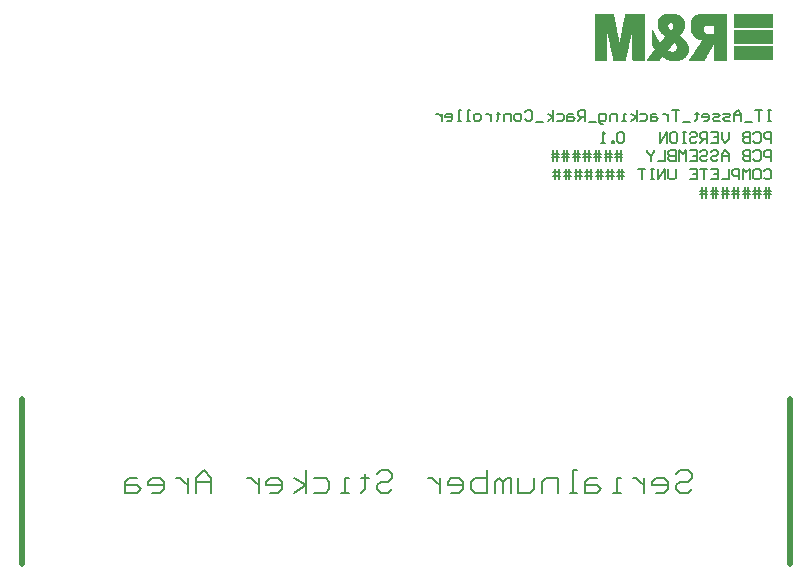
<source format=gbo>
G04*
G04 #@! TF.GenerationSoftware,Altium Limited,Altium Designer,19.1.8 (144)*
G04*
G04 Layer_Color=39423*
%FSLAX25Y25*%
%MOIN*%
G70*
G01*
G75*
%ADD10C,0.00787*%
%ADD12C,0.01968*%
%ADD27C,0.00100*%
D10*
X345430Y114065D02*
X346742Y115377D01*
X349365D01*
X350677Y114065D01*
Y112753D01*
X349365Y111441D01*
X346742D01*
X345430Y110129D01*
Y108817D01*
X346742Y107505D01*
X349365D01*
X350677Y108817D01*
X338870Y107505D02*
X341494D01*
X342806Y108817D01*
Y111441D01*
X341494Y112753D01*
X338870D01*
X337558Y111441D01*
Y110129D01*
X342806D01*
X334934Y112753D02*
Y107505D01*
Y110129D01*
X333622Y111441D01*
X332311Y112753D01*
X330998D01*
X327063Y107505D02*
X324439D01*
X325751D01*
Y112753D01*
X327063D01*
X319191D02*
X316567D01*
X315256Y111441D01*
Y107505D01*
X319191D01*
X320503Y108817D01*
X319191Y110129D01*
X315256D01*
X312632Y107505D02*
X310008D01*
X311320D01*
Y115377D01*
X312632D01*
X306072Y107505D02*
Y112753D01*
X302136D01*
X300825Y111441D01*
Y107505D01*
X298201Y112753D02*
Y108817D01*
X296889Y107505D01*
X292953D01*
Y112753D01*
X290329Y107505D02*
Y112753D01*
X289017D01*
X287705Y111441D01*
Y107505D01*
Y111441D01*
X286393Y112753D01*
X285082Y111441D01*
Y107505D01*
X282458Y115377D02*
Y107505D01*
X278522D01*
X277210Y108817D01*
Y110129D01*
Y111441D01*
X278522Y112753D01*
X282458D01*
X270651Y107505D02*
X273274D01*
X274586Y108817D01*
Y111441D01*
X273274Y112753D01*
X270651D01*
X269339Y111441D01*
Y110129D01*
X274586D01*
X266715Y112753D02*
Y107505D01*
Y110129D01*
X265403Y111441D01*
X264091Y112753D01*
X262779D01*
X245724Y114065D02*
X247036Y115377D01*
X249660D01*
X250972Y114065D01*
Y112753D01*
X249660Y111441D01*
X247036D01*
X245724Y110129D01*
Y108817D01*
X247036Y107505D01*
X249660D01*
X250972Y108817D01*
X241789Y114065D02*
Y112753D01*
X243100D01*
X240476D01*
X241789D01*
Y108817D01*
X240476Y107505D01*
X236541D02*
X233917D01*
X235229D01*
Y112753D01*
X236541D01*
X224734D02*
X228669D01*
X229981Y111441D01*
Y108817D01*
X228669Y107505D01*
X224734D01*
X222110D02*
Y115377D01*
Y110129D02*
X218174Y112753D01*
X222110Y110129D02*
X218174Y107505D01*
X210303D02*
X212926D01*
X214238Y108817D01*
Y111441D01*
X212926Y112753D01*
X210303D01*
X208991Y111441D01*
Y110129D01*
X214238D01*
X206367Y112753D02*
Y107505D01*
Y110129D01*
X205055Y111441D01*
X203743Y112753D01*
X202431D01*
X190624Y107505D02*
Y112753D01*
X188000Y115377D01*
X185376Y112753D01*
Y107505D01*
Y111441D01*
X190624D01*
X182752Y112753D02*
Y107505D01*
Y110129D01*
X181440Y111441D01*
X180129Y112753D01*
X178817D01*
X170945Y107505D02*
X173569D01*
X174881Y108817D01*
Y111441D01*
X173569Y112753D01*
X170945D01*
X169633Y111441D01*
Y110129D01*
X174881D01*
X165698Y112753D02*
X163074D01*
X161762Y111441D01*
Y107505D01*
X165698D01*
X167009Y108817D01*
X165698Y110129D01*
X161762D01*
X377213Y235272D02*
X376032D01*
X376622D01*
Y231730D01*
X377213D01*
X376032D01*
X374261Y235272D02*
X371899D01*
X373080D01*
Y231730D01*
X370719Y231139D02*
X368357D01*
X367177Y231730D02*
Y234091D01*
X365996Y235272D01*
X364815Y234091D01*
Y231730D01*
Y233501D01*
X367177D01*
X363634Y231730D02*
X361863D01*
X361273Y232320D01*
X361863Y232910D01*
X363044D01*
X363634Y233501D01*
X363044Y234091D01*
X361273D01*
X360092Y231730D02*
X358321D01*
X357731Y232320D01*
X358321Y232910D01*
X359502D01*
X360092Y233501D01*
X359502Y234091D01*
X357731D01*
X354779Y231730D02*
X355960D01*
X356550Y232320D01*
Y233501D01*
X355960Y234091D01*
X354779D01*
X354189Y233501D01*
Y232910D01*
X356550D01*
X352417Y234681D02*
Y234091D01*
X353008D01*
X351827D01*
X352417D01*
Y232320D01*
X351827Y231730D01*
X350056Y231139D02*
X347695D01*
X346514Y235272D02*
X344152D01*
X345333D01*
Y231730D01*
X342972Y234091D02*
Y231730D01*
Y232910D01*
X342381Y233501D01*
X341791Y234091D01*
X341201D01*
X338839D02*
X337659D01*
X337068Y233501D01*
Y231730D01*
X338839D01*
X339430Y232320D01*
X338839Y232910D01*
X337068D01*
X333526Y234091D02*
X335297D01*
X335887Y233501D01*
Y232320D01*
X335297Y231730D01*
X333526D01*
X332345D02*
Y235272D01*
Y232910D02*
X330574Y234091D01*
X332345Y232910D02*
X330574Y231730D01*
X328803D02*
X327622D01*
X328213D01*
Y234091D01*
X328803D01*
X325851Y231730D02*
Y234091D01*
X324080D01*
X323490Y233501D01*
Y231730D01*
X321128Y230549D02*
X320538D01*
X319948Y231139D01*
Y234091D01*
X321719D01*
X322309Y233501D01*
Y232320D01*
X321719Y231730D01*
X319948D01*
X318767Y231139D02*
X316406D01*
X315225Y231730D02*
Y235272D01*
X313454D01*
X312863Y234681D01*
Y233501D01*
X313454Y232910D01*
X315225D01*
X314044D02*
X312863Y231730D01*
X311092Y234091D02*
X309912D01*
X309321Y233501D01*
Y231730D01*
X311092D01*
X311683Y232320D01*
X311092Y232910D01*
X309321D01*
X305779Y234091D02*
X307550D01*
X308140Y233501D01*
Y232320D01*
X307550Y231730D01*
X305779D01*
X304598D02*
Y235272D01*
Y232910D02*
X302827Y234091D01*
X304598Y232910D02*
X302827Y231730D01*
X301056Y231139D02*
X298695D01*
X295153Y234681D02*
X295743Y235272D01*
X296924D01*
X297514Y234681D01*
Y232320D01*
X296924Y231730D01*
X295743D01*
X295153Y232320D01*
X293382Y231730D02*
X292201D01*
X291610Y232320D01*
Y233501D01*
X292201Y234091D01*
X293382D01*
X293972Y233501D01*
Y232320D01*
X293382Y231730D01*
X290430D02*
Y234091D01*
X288659D01*
X288068Y233501D01*
Y231730D01*
X286297Y234681D02*
Y234091D01*
X286888D01*
X285707D01*
X286297D01*
Y232320D01*
X285707Y231730D01*
X283936Y234091D02*
Y231730D01*
Y232910D01*
X283345Y233501D01*
X282755Y234091D01*
X282165D01*
X279803Y231730D02*
X278623D01*
X278032Y232320D01*
Y233501D01*
X278623Y234091D01*
X279803D01*
X280394Y233501D01*
Y232320D01*
X279803Y231730D01*
X276851D02*
X275671D01*
X276261D01*
Y235272D01*
X276851D01*
X273900Y231730D02*
X272719D01*
X273309D01*
Y235272D01*
X273900D01*
X269177Y231730D02*
X270357D01*
X270948Y232320D01*
Y233501D01*
X270357Y234091D01*
X269177D01*
X268586Y233501D01*
Y232910D01*
X270948D01*
X267406Y234091D02*
Y231730D01*
Y232910D01*
X266815Y233501D01*
X266225Y234091D01*
X265635D01*
X377213Y224408D02*
Y227951D01*
X375442D01*
X374851Y227360D01*
Y226180D01*
X375442Y225589D01*
X377213D01*
X371309Y227360D02*
X371899Y227951D01*
X373080D01*
X373670Y227360D01*
Y224999D01*
X373080Y224408D01*
X371899D01*
X371309Y224999D01*
X370128Y227951D02*
Y224408D01*
X368357D01*
X367767Y224999D01*
Y225589D01*
X368357Y226180D01*
X370128D01*
X368357D01*
X367767Y226770D01*
Y227360D01*
X368357Y227951D01*
X370128D01*
X363044D02*
Y225589D01*
X361863Y224408D01*
X360683Y225589D01*
Y227951D01*
X357140D02*
X359502D01*
Y224408D01*
X357140D01*
X359502Y226180D02*
X358321D01*
X355960Y224408D02*
Y227951D01*
X354189D01*
X353598Y227360D01*
Y226180D01*
X354189Y225589D01*
X355960D01*
X354779D02*
X353598Y224408D01*
X350056Y227360D02*
X350646Y227951D01*
X351827D01*
X352417Y227360D01*
Y226770D01*
X351827Y226180D01*
X350646D01*
X350056Y225589D01*
Y224999D01*
X350646Y224408D01*
X351827D01*
X352417Y224999D01*
X348875Y227951D02*
X347695D01*
X348285D01*
Y224408D01*
X348875D01*
X347695D01*
X344152Y227951D02*
X345333D01*
X345923Y227360D01*
Y224999D01*
X345333Y224408D01*
X344152D01*
X343562Y224999D01*
Y227360D01*
X344152Y227951D01*
X342381Y224408D02*
Y227951D01*
X340020Y224408D01*
Y227951D01*
X328213Y227360D02*
X327622Y227951D01*
X326442D01*
X325851Y227360D01*
Y224999D01*
X326442Y224408D01*
X327622D01*
X328213Y224999D01*
Y227360D01*
X324671Y224408D02*
Y224999D01*
X324080D01*
Y224408D01*
X324671D01*
X321719D02*
X320538D01*
X321128D01*
Y227951D01*
X321719Y227360D01*
X377213Y218268D02*
Y221810D01*
X375442D01*
X374851Y221220D01*
Y220039D01*
X375442Y219449D01*
X377213D01*
X371309Y221220D02*
X371899Y221810D01*
X373080D01*
X373670Y221220D01*
Y218858D01*
X373080Y218268D01*
X371899D01*
X371309Y218858D01*
X370128Y221810D02*
Y218268D01*
X368357D01*
X367767Y218858D01*
Y219449D01*
X368357Y220039D01*
X370128D01*
X368357D01*
X367767Y220630D01*
Y221220D01*
X368357Y221810D01*
X370128D01*
X363044Y218268D02*
Y220630D01*
X361863Y221810D01*
X360683Y220630D01*
Y218268D01*
Y220039D01*
X363044D01*
X357140Y221220D02*
X357731Y221810D01*
X358911D01*
X359502Y221220D01*
Y220630D01*
X358911Y220039D01*
X357731D01*
X357140Y219449D01*
Y218858D01*
X357731Y218268D01*
X358911D01*
X359502Y218858D01*
X353598Y221220D02*
X354189Y221810D01*
X355369D01*
X355960Y221220D01*
Y220630D01*
X355369Y220039D01*
X354189D01*
X353598Y219449D01*
Y218858D01*
X354189Y218268D01*
X355369D01*
X355960Y218858D01*
X350056Y221810D02*
X352417D01*
Y218268D01*
X350056D01*
X352417Y220039D02*
X351237D01*
X348875Y218268D02*
Y221810D01*
X347695Y220630D01*
X346514Y221810D01*
Y218268D01*
X345333Y221810D02*
Y218268D01*
X343562D01*
X342972Y218858D01*
Y219449D01*
X343562Y220039D01*
X345333D01*
X343562D01*
X342972Y220630D01*
Y221220D01*
X343562Y221810D01*
X345333D01*
X341791D02*
Y218268D01*
X339430D01*
X338249Y221810D02*
Y221220D01*
X337068Y220039D01*
X335887Y221220D01*
Y221810D01*
X337068Y220039D02*
Y218268D01*
X327032D02*
Y221810D01*
X325851D02*
Y218268D01*
X327622Y220630D02*
X325851D01*
X325261D01*
X327622Y219449D02*
X325261D01*
X323490Y218268D02*
Y221810D01*
X322309D02*
Y218268D01*
X324080Y220630D02*
X322309D01*
X321719D01*
X324080Y219449D02*
X321719D01*
X319948Y218268D02*
Y221810D01*
X318767D02*
Y218268D01*
X320538Y220630D02*
X318767D01*
X318177D01*
X320538Y219449D02*
X318177D01*
X316406Y218268D02*
Y221810D01*
X315225D02*
Y218268D01*
X316996Y220630D02*
X315225D01*
X314634D01*
X316996Y219449D02*
X314634D01*
X312863Y218268D02*
Y221810D01*
X311683D02*
Y218268D01*
X313454Y220630D02*
X311683D01*
X311092D01*
X313454Y219449D02*
X311092D01*
X309321Y218268D02*
Y221810D01*
X308140D02*
Y218268D01*
X309912Y220630D02*
X308140D01*
X307550D01*
X309912Y219449D02*
X307550D01*
X305779Y218268D02*
Y221810D01*
X304598D02*
Y218268D01*
X306369Y220630D02*
X304598D01*
X304008D01*
X306369Y219449D02*
X304008D01*
X374851Y215079D02*
X375442Y215670D01*
X376622D01*
X377213Y215079D01*
Y212718D01*
X376622Y212128D01*
X375442D01*
X374851Y212718D01*
X371899Y215670D02*
X373080D01*
X373670Y215079D01*
Y212718D01*
X373080Y212128D01*
X371899D01*
X371309Y212718D01*
Y215079D01*
X371899Y215670D01*
X370128Y212128D02*
Y215670D01*
X368948Y214489D01*
X367767Y215670D01*
Y212128D01*
X366586D02*
Y215670D01*
X364815D01*
X364225Y215079D01*
Y213899D01*
X364815Y213308D01*
X366586D01*
X363044Y215670D02*
Y212128D01*
X360683D01*
X357140Y215670D02*
X359502D01*
Y212128D01*
X357140D01*
X359502Y213899D02*
X358321D01*
X355960Y215670D02*
X353598D01*
X354779D01*
Y212128D01*
X350056Y215670D02*
X352417D01*
Y212128D01*
X350056D01*
X352417Y213899D02*
X351237D01*
X345333Y215670D02*
Y212718D01*
X344743Y212128D01*
X343562D01*
X342972Y212718D01*
Y215670D01*
X341791Y212128D02*
Y215670D01*
X339430Y212128D01*
Y215670D01*
X338249D02*
X337068D01*
X337659D01*
Y212128D01*
X338249D01*
X337068D01*
X335297Y215670D02*
X332936D01*
X334116D01*
Y212128D01*
X327622D02*
Y215670D01*
X326442D02*
Y212128D01*
X328213Y214489D02*
X326442D01*
X325851D01*
X328213Y213308D02*
X325851D01*
X324080Y212128D02*
Y215670D01*
X322900D02*
Y212128D01*
X324671Y214489D02*
X322900D01*
X322309D01*
X324671Y213308D02*
X322309D01*
X320538Y212128D02*
Y215670D01*
X319357D02*
Y212128D01*
X321128Y214489D02*
X319357D01*
X318767D01*
X321128Y213308D02*
X318767D01*
X316996Y212128D02*
Y215670D01*
X315815D02*
Y212128D01*
X317586Y214489D02*
X315815D01*
X315225D01*
X317586Y213308D02*
X315225D01*
X313454Y212128D02*
Y215670D01*
X312273D02*
Y212128D01*
X314044Y214489D02*
X312273D01*
X311683D01*
X314044Y213308D02*
X311683D01*
X309912Y212128D02*
Y215670D01*
X308731D02*
Y212128D01*
X310502Y214489D02*
X308731D01*
X308140D01*
X310502Y213308D02*
X308140D01*
X306369Y212128D02*
Y215670D01*
X305189D02*
Y212128D01*
X306960Y214489D02*
X305189D01*
X304598D01*
X306960Y213308D02*
X304598D01*
X376622Y205987D02*
Y209529D01*
X375442D02*
Y205987D01*
X377213Y208349D02*
X375442D01*
X374851D01*
X377213Y207168D02*
X374851D01*
X373080Y205987D02*
Y209529D01*
X371899D02*
Y205987D01*
X373670Y208349D02*
X371899D01*
X371309D01*
X373670Y207168D02*
X371309D01*
X369538Y205987D02*
Y209529D01*
X368357D02*
Y205987D01*
X370128Y208349D02*
X368357D01*
X367767D01*
X370128Y207168D02*
X367767D01*
X365996Y205987D02*
Y209529D01*
X364815D02*
Y205987D01*
X366586Y208349D02*
X364815D01*
X364225D01*
X366586Y207168D02*
X364225D01*
X362454Y205987D02*
Y209529D01*
X361273D02*
Y205987D01*
X363044Y208349D02*
X361273D01*
X360683D01*
X363044Y207168D02*
X360683D01*
X358911Y205987D02*
Y209529D01*
X357731D02*
Y205987D01*
X359502Y208349D02*
X357731D01*
X357140D01*
X359502Y207168D02*
X357140D01*
X355369Y205987D02*
Y209529D01*
X354189D02*
Y205987D01*
X355960Y208349D02*
X354189D01*
X353598D01*
X355960Y207168D02*
X353598D01*
D12*
X383500Y83882D02*
Y139000D01*
X127594Y83882D02*
Y139000D01*
D27*
X364750Y267400D02*
X377450D01*
X353950D02*
X362250D01*
X342550D02*
X344550D01*
X328550D02*
X334750D01*
X318350D02*
X324450D01*
X364750Y267300D02*
X377450D01*
X353350D02*
X362250D01*
X342050D02*
X345150D01*
X328550D02*
X334750D01*
X318350D02*
X324550D01*
X364750Y267200D02*
X377450D01*
X352950D02*
X362250D01*
X341650D02*
X345450D01*
X328450D02*
X334750D01*
X318350D02*
X324550D01*
X364750Y267100D02*
X377450D01*
X352650D02*
X362250D01*
X341450D02*
X345750D01*
X328450D02*
X334750D01*
X318350D02*
X324550D01*
X364750Y267000D02*
X377450D01*
X352350D02*
X362250D01*
X341150D02*
X346050D01*
X328450D02*
X334750D01*
X318350D02*
X324550D01*
X364750Y266900D02*
X377450D01*
X352150D02*
X362250D01*
X340950D02*
X346250D01*
X328450D02*
X334750D01*
X318350D02*
X324550D01*
X364750Y266800D02*
X377450D01*
X351950D02*
X362250D01*
X340750D02*
X346450D01*
X328450D02*
X334750D01*
X318350D02*
X324550D01*
X364750Y266700D02*
X377450D01*
X351750D02*
X362250D01*
X340650D02*
X346650D01*
X328450D02*
X334750D01*
X318350D02*
X324650D01*
X364750Y266600D02*
X377450D01*
X351650D02*
X362250D01*
X340450D02*
X346750D01*
X328350D02*
X334750D01*
X318350D02*
X324650D01*
X364750Y266500D02*
X377450D01*
X351550D02*
X362250D01*
X340350D02*
X346950D01*
X328350D02*
X334750D01*
X318350D02*
X324650D01*
X364750Y266400D02*
X377450D01*
X351450D02*
X362250D01*
X340250D02*
X347050D01*
X328350D02*
X334750D01*
X318350D02*
X324650D01*
X364750Y266300D02*
X377450D01*
X351350D02*
X362250D01*
X340150D02*
X347150D01*
X328350D02*
X334750D01*
X318350D02*
X324650D01*
X364750Y266200D02*
X377450D01*
X351250D02*
X362250D01*
X340050D02*
X347250D01*
X328350D02*
X334750D01*
X318350D02*
X324750D01*
X364750Y266100D02*
X377450D01*
X351150D02*
X362250D01*
X339950D02*
X347350D01*
X328250D02*
X334750D01*
X318350D02*
X324750D01*
X364750Y266000D02*
X377450D01*
X351050D02*
X362250D01*
X339850D02*
X347450D01*
X328250D02*
X334750D01*
X318350D02*
X324750D01*
X364750Y265900D02*
X377450D01*
X350950D02*
X362250D01*
X339750D02*
X347550D01*
X328250D02*
X334750D01*
X318350D02*
X324750D01*
X364750Y265800D02*
X377450D01*
X350950D02*
X362250D01*
X339750D02*
X347650D01*
X328250D02*
X334750D01*
X318350D02*
X324750D01*
X364750Y265700D02*
X377450D01*
X350850D02*
X362250D01*
X339650D02*
X347750D01*
X328250D02*
X334750D01*
X318350D02*
X324850D01*
X364750Y265600D02*
X377450D01*
X350850D02*
X362250D01*
X339650D02*
X347750D01*
X328150D02*
X334750D01*
X318350D02*
X324850D01*
X364750Y265500D02*
X377450D01*
X350750D02*
X362250D01*
X339550D02*
X347850D01*
X328150D02*
X334750D01*
X318350D02*
X324850D01*
X364750Y265400D02*
X377450D01*
X350750D02*
X362250D01*
X339550D02*
X347950D01*
X328150D02*
X334750D01*
X318350D02*
X324850D01*
X364750Y265300D02*
X377450D01*
X350650D02*
X362250D01*
X339450D02*
X347950D01*
X328150D02*
X334750D01*
X318350D02*
X324850D01*
X364750Y265200D02*
X377450D01*
X350650D02*
X362250D01*
X339450D02*
X347950D01*
X328150D02*
X334750D01*
X318350D02*
X324950D01*
X364750Y265100D02*
X377450D01*
X350650D02*
X362250D01*
X339450D02*
X348050D01*
X328150D02*
X334750D01*
X318350D02*
X324950D01*
X364750Y265000D02*
X377450D01*
X350550D02*
X362250D01*
X339450D02*
X348050D01*
X328050D02*
X334750D01*
X318350D02*
X324950D01*
X364750Y264900D02*
X377450D01*
X350550D02*
X362250D01*
X339350D02*
X348050D01*
X328050D02*
X334750D01*
X318350D02*
X324950D01*
X364750Y264800D02*
X377450D01*
X350550D02*
X362250D01*
X339350D02*
X348150D01*
X328050D02*
X334750D01*
X318350D02*
X324950D01*
X364750Y264700D02*
X377450D01*
X350450D02*
X362250D01*
X339350D02*
X348150D01*
X328050D02*
X334750D01*
X318350D02*
X325050D01*
X364750Y264600D02*
X377450D01*
X350450D02*
X362250D01*
X339350D02*
X348150D01*
X328050D02*
X334750D01*
X318350D02*
X325050D01*
X364750Y264500D02*
X377450D01*
X350450D02*
X362250D01*
X343950D02*
X348150D01*
X339350D02*
X343250D01*
X327950D02*
X334750D01*
X318350D02*
X325050D01*
X364750Y264400D02*
X377450D01*
X350450D02*
X362250D01*
X344150D02*
X348250D01*
X339350D02*
X343050D01*
X327950D02*
X334750D01*
X318350D02*
X325050D01*
X364750Y264300D02*
X377450D01*
X350450D02*
X362250D01*
X344350D02*
X348250D01*
X339350D02*
X342850D01*
X327950D02*
X334750D01*
X318350D02*
X325050D01*
X364750Y264200D02*
X377450D01*
X350350D02*
X362250D01*
X344450D02*
X348250D01*
X339350D02*
X342850D01*
X327950D02*
X334750D01*
X318350D02*
X325150D01*
X364750Y264100D02*
X377450D01*
X350350D02*
X362250D01*
X344550D02*
X348250D01*
X339350D02*
X342750D01*
X327950D02*
X334750D01*
X318350D02*
X325150D01*
X364750Y264000D02*
X377450D01*
X350350D02*
X362250D01*
X344550D02*
X348250D01*
X339350D02*
X342650D01*
X327850D02*
X334750D01*
X318350D02*
X325150D01*
X364750Y263900D02*
X377450D01*
X350350D02*
X362250D01*
X344650D02*
X348250D01*
X339350D02*
X342650D01*
X327850D02*
X334750D01*
X318350D02*
X325150D01*
X364750Y263800D02*
X377450D01*
X350350D02*
X362250D01*
X344650D02*
X348250D01*
X339350D02*
X342650D01*
X327850D02*
X334750D01*
X318350D02*
X325150D01*
X364750Y263700D02*
X377450D01*
X350350D02*
X362250D01*
X344650D02*
X348250D01*
X339350D02*
X342650D01*
X327850D02*
X334750D01*
X318350D02*
X325250D01*
X364750Y263600D02*
X377450D01*
X358250D02*
X362250D01*
X350350D02*
X355450D01*
X344650D02*
X348250D01*
X339350D02*
X342650D01*
X327850D02*
X334750D01*
X318350D02*
X325250D01*
X364750Y263500D02*
X377450D01*
X358250D02*
X362250D01*
X350350D02*
X355050D01*
X344650D02*
X348250D01*
X339350D02*
X342650D01*
X327850D02*
X334750D01*
X318350D02*
X325250D01*
X364750Y263400D02*
X377450D01*
X358250D02*
X362250D01*
X350350D02*
X354850D01*
X344650D02*
X348250D01*
X339350D02*
X342650D01*
X327750D02*
X334750D01*
X318350D02*
X325250D01*
X364750Y263300D02*
X377450D01*
X358250D02*
X362250D01*
X350350D02*
X354750D01*
X344650D02*
X348150D01*
X339450D02*
X342650D01*
X330950D02*
X334750D01*
X327750D02*
X330850D01*
X318350D02*
X325250D01*
X364750Y263200D02*
X377450D01*
X358250D02*
X362250D01*
X350350D02*
X354650D01*
X344650D02*
X348150D01*
X339450D02*
X342650D01*
X330950D02*
X334750D01*
X327750D02*
X330850D01*
X322250D02*
X325250D01*
X318350D02*
X322150D01*
X364750Y263100D02*
X377450D01*
X358250D02*
X362250D01*
X350350D02*
X354550D01*
X344650D02*
X348150D01*
X339450D02*
X342650D01*
X330950D02*
X334750D01*
X327750D02*
X330850D01*
X322250D02*
X325350D01*
X318350D02*
X322150D01*
X364750Y263000D02*
X377450D01*
X358250D02*
X362250D01*
X350350D02*
X354550D01*
X344650D02*
X348150D01*
X339450D02*
X342650D01*
X330950D02*
X334750D01*
X327750D02*
X330850D01*
X322250D02*
X325350D01*
X318350D02*
X322150D01*
X364750Y262900D02*
X377450D01*
X358250D02*
X362250D01*
X350350D02*
X354450D01*
X344550D02*
X348150D01*
X339550D02*
X342750D01*
X330950D02*
X334750D01*
X327650D02*
X330850D01*
X322250D02*
X325350D01*
X318350D02*
X322150D01*
X358250Y262800D02*
X362250D01*
X350350D02*
X354450D01*
X344550D02*
X348050D01*
X339550D02*
X342750D01*
X330950D02*
X334750D01*
X327650D02*
X330750D01*
X322250D02*
X325350D01*
X318350D02*
X322150D01*
X358250Y262700D02*
X362250D01*
X350350D02*
X354450D01*
X344450D02*
X348050D01*
X339650D02*
X342850D01*
X330950D02*
X334750D01*
X327650D02*
X330750D01*
X322350D02*
X325350D01*
X318350D02*
X322150D01*
X358250Y262600D02*
X362250D01*
X350350D02*
X354450D01*
X344450D02*
X348050D01*
X339650D02*
X342850D01*
X330950D02*
X334750D01*
X327650D02*
X330750D01*
X322350D02*
X325450D01*
X318350D02*
X322150D01*
X358250Y262500D02*
X362250D01*
X350450D02*
X354450D01*
X344350D02*
X348050D01*
X339650D02*
X342950D01*
X330950D02*
X334750D01*
X327650D02*
X330750D01*
X322350D02*
X325450D01*
X318350D02*
X322150D01*
X358250Y262400D02*
X362250D01*
X350450D02*
X354450D01*
X344350D02*
X347950D01*
X339750D02*
X343050D01*
X330950D02*
X334750D01*
X327550D02*
X330750D01*
X322350D02*
X325450D01*
X318350D02*
X322150D01*
X358250Y262300D02*
X362250D01*
X350450D02*
X354450D01*
X344250D02*
X347950D01*
X339750D02*
X343150D01*
X330950D02*
X334750D01*
X327550D02*
X330650D01*
X322450D02*
X325450D01*
X318350D02*
X322150D01*
X358250Y262200D02*
X362250D01*
X350450D02*
X354450D01*
X344150D02*
X347950D01*
X339850D02*
X343250D01*
X330950D02*
X334750D01*
X327550D02*
X330650D01*
X322450D02*
X325450D01*
X318350D02*
X322150D01*
X358250Y262100D02*
X362250D01*
X350450D02*
X354450D01*
X344050D02*
X347850D01*
X339950D02*
X343350D01*
X330950D02*
X334750D01*
X327550D02*
X330650D01*
X322450D02*
X325550D01*
X318350D02*
X322150D01*
X364750Y262000D02*
X377450D01*
X358250D02*
X362250D01*
X350550D02*
X354450D01*
X344050D02*
X347850D01*
X339950D02*
X343450D01*
X330950D02*
X334750D01*
X327550D02*
X330650D01*
X322450D02*
X325550D01*
X318350D02*
X322150D01*
X364750Y261900D02*
X377450D01*
X358250D02*
X362250D01*
X350550D02*
X354450D01*
X343950D02*
X347750D01*
X340050D02*
X343550D01*
X337450D02*
X337550D01*
X330950D02*
X334750D01*
X327550D02*
X330550D01*
X322450D02*
X325550D01*
X318350D02*
X322150D01*
X364750Y261800D02*
X377450D01*
X358250D02*
X362250D01*
X350550D02*
X354450D01*
X343850D02*
X347750D01*
X340050D02*
X343650D01*
X337450D02*
X337650D01*
X330950D02*
X334750D01*
X327450D02*
X330550D01*
X322550D02*
X325550D01*
X318350D02*
X322150D01*
X364750Y261700D02*
X377450D01*
X358250D02*
X362250D01*
X350550D02*
X354450D01*
X340150D02*
X347650D01*
X337450D02*
X337650D01*
X330950D02*
X334750D01*
X327450D02*
X330550D01*
X322550D02*
X325550D01*
X318350D02*
X322150D01*
X364750Y261600D02*
X377450D01*
X358250D02*
X362250D01*
X350650D02*
X354550D01*
X340250D02*
X347650D01*
X337450D02*
X337650D01*
X330950D02*
X334750D01*
X327450D02*
X330550D01*
X322550D02*
X325650D01*
X318350D02*
X322150D01*
X364750Y261500D02*
X377450D01*
X358250D02*
X362250D01*
X350650D02*
X354550D01*
X340350D02*
X347550D01*
X337450D02*
X337750D01*
X330950D02*
X334750D01*
X327450D02*
X330550D01*
X322550D02*
X325650D01*
X318350D02*
X322150D01*
X364750Y261400D02*
X377450D01*
X358250D02*
X362250D01*
X350650D02*
X354550D01*
X340450D02*
X347450D01*
X337450D02*
X337750D01*
X330950D02*
X334750D01*
X327450D02*
X330450D01*
X322550D02*
X325650D01*
X318350D02*
X322150D01*
X364750Y261300D02*
X377450D01*
X358250D02*
X362250D01*
X350750D02*
X354650D01*
X340450D02*
X347450D01*
X337450D02*
X337850D01*
X330950D02*
X334750D01*
X327350D02*
X330450D01*
X322650D02*
X325650D01*
X318350D02*
X322150D01*
X364750Y261200D02*
X377450D01*
X358250D02*
X362250D01*
X350750D02*
X354750D01*
X340550D02*
X347350D01*
X337450D02*
X337850D01*
X330950D02*
X334750D01*
X327350D02*
X330450D01*
X322650D02*
X325650D01*
X318350D02*
X322150D01*
X364750Y261100D02*
X377450D01*
X358250D02*
X362250D01*
X350850D02*
X354850D01*
X340650D02*
X347250D01*
X337450D02*
X337950D01*
X330950D02*
X334750D01*
X327350D02*
X330450D01*
X322650D02*
X325750D01*
X318350D02*
X322150D01*
X364750Y261000D02*
X377450D01*
X358250D02*
X362250D01*
X350850D02*
X354950D01*
X340750D02*
X347250D01*
X337450D02*
X337950D01*
X330950D02*
X334750D01*
X327350D02*
X330450D01*
X322650D02*
X325750D01*
X318350D02*
X322150D01*
X364750Y260900D02*
X377450D01*
X358250D02*
X362250D01*
X350950D02*
X355050D01*
X340850D02*
X347150D01*
X337450D02*
X338050D01*
X330950D02*
X334750D01*
X327350D02*
X330350D01*
X322750D02*
X325750D01*
X318350D02*
X322150D01*
X364750Y260800D02*
X377450D01*
X358250D02*
X362250D01*
X350950D02*
X355250D01*
X340950D02*
X347050D01*
X337450D02*
X338050D01*
X330950D02*
X334750D01*
X327250D02*
X330350D01*
X322750D02*
X325750D01*
X318350D02*
X322150D01*
X364750Y260700D02*
X377450D01*
X358250D02*
X362250D01*
X351050D02*
X355550D01*
X341050D02*
X346950D01*
X337450D02*
X338150D01*
X330950D02*
X334750D01*
X327250D02*
X330350D01*
X322750D02*
X325750D01*
X318350D02*
X322150D01*
X364750Y260600D02*
X377450D01*
X351050D02*
X362250D01*
X341150D02*
X346850D01*
X337450D02*
X338150D01*
X330950D02*
X334750D01*
X327250D02*
X330350D01*
X322750D02*
X325850D01*
X318350D02*
X322150D01*
X364750Y260500D02*
X377450D01*
X351150D02*
X362250D01*
X341250D02*
X346750D01*
X337450D02*
X338250D01*
X330950D02*
X334750D01*
X327250D02*
X330250D01*
X322750D02*
X325850D01*
X318350D02*
X322150D01*
X364750Y260400D02*
X377450D01*
X351250D02*
X362250D01*
X341350D02*
X346650D01*
X337450D02*
X338250D01*
X330950D02*
X334750D01*
X327250D02*
X330250D01*
X322850D02*
X325850D01*
X318350D02*
X322150D01*
X364750Y260300D02*
X377450D01*
X351250D02*
X362250D01*
X341450D02*
X346650D01*
X337450D02*
X338350D01*
X330950D02*
X334750D01*
X327250D02*
X330250D01*
X322850D02*
X325850D01*
X318350D02*
X322150D01*
X364750Y260200D02*
X377450D01*
X351350D02*
X362250D01*
X341650D02*
X346550D01*
X337450D02*
X338350D01*
X330950D02*
X334750D01*
X327150D02*
X330250D01*
X322850D02*
X325850D01*
X318350D02*
X322150D01*
X364750Y260100D02*
X377450D01*
X351450D02*
X362250D01*
X341750D02*
X346450D01*
X337450D02*
X338450D01*
X330950D02*
X334750D01*
X327150D02*
X330250D01*
X322850D02*
X325950D01*
X318350D02*
X322150D01*
X364750Y260000D02*
X377450D01*
X351550D02*
X362250D01*
X341850D02*
X346450D01*
X337450D02*
X338450D01*
X330950D02*
X334750D01*
X327150D02*
X330150D01*
X322950D02*
X325950D01*
X318350D02*
X322150D01*
X364750Y259900D02*
X377450D01*
X351650D02*
X362250D01*
X341950D02*
X346650D01*
X337450D02*
X338550D01*
X330950D02*
X334750D01*
X327150D02*
X330150D01*
X322950D02*
X325950D01*
X318350D02*
X322150D01*
X364750Y259800D02*
X377450D01*
X351750D02*
X362250D01*
X341950D02*
X346750D01*
X337450D02*
X338550D01*
X330950D02*
X334750D01*
X327150D02*
X330150D01*
X322950D02*
X325950D01*
X318350D02*
X322150D01*
X364750Y259700D02*
X377450D01*
X351850D02*
X362250D01*
X341850D02*
X346950D01*
X337450D02*
X338650D01*
X330950D02*
X334750D01*
X327050D02*
X330150D01*
X322950D02*
X325950D01*
X318350D02*
X322150D01*
X364750Y259600D02*
X377450D01*
X351950D02*
X362250D01*
X341750D02*
X347050D01*
X337450D02*
X338750D01*
X330950D02*
X334750D01*
X327050D02*
X330050D01*
X322950D02*
X325950D01*
X318350D02*
X322150D01*
X364750Y259500D02*
X377450D01*
X352150D02*
X362250D01*
X341650D02*
X347150D01*
X337450D02*
X338750D01*
X330950D02*
X334750D01*
X327050D02*
X330050D01*
X323050D02*
X326050D01*
X318350D02*
X322150D01*
X364750Y259400D02*
X377450D01*
X352250D02*
X362250D01*
X341550D02*
X347250D01*
X337450D02*
X338850D01*
X330950D02*
X334750D01*
X327050D02*
X330050D01*
X323050D02*
X326050D01*
X318350D02*
X322150D01*
X364750Y259300D02*
X377450D01*
X352450D02*
X362250D01*
X341450D02*
X347450D01*
X337450D02*
X338850D01*
X330950D02*
X334750D01*
X327050D02*
X330050D01*
X323050D02*
X326050D01*
X318350D02*
X322150D01*
X364750Y259200D02*
X377450D01*
X352650D02*
X362250D01*
X341450D02*
X347550D01*
X337450D02*
X338950D01*
X330950D02*
X334750D01*
X326950D02*
X330050D01*
X323050D02*
X326050D01*
X318350D02*
X322150D01*
X364750Y259100D02*
X377450D01*
X352850D02*
X362250D01*
X341350D02*
X347650D01*
X337450D02*
X339050D01*
X330950D02*
X334750D01*
X326950D02*
X329950D01*
X323050D02*
X326050D01*
X318350D02*
X322150D01*
X364750Y259000D02*
X377450D01*
X353150D02*
X362250D01*
X341250D02*
X347750D01*
X337450D02*
X339050D01*
X330950D02*
X334750D01*
X326950D02*
X329950D01*
X323150D02*
X326150D01*
X318350D02*
X322150D01*
X364750Y258900D02*
X377450D01*
X353550D02*
X362250D01*
X341150D02*
X347850D01*
X337450D02*
X339150D01*
X330950D02*
X334750D01*
X326950D02*
X329950D01*
X323150D02*
X326150D01*
X318350D02*
X322150D01*
X364750Y258800D02*
X377450D01*
X354350D02*
X362250D01*
X341050D02*
X347950D01*
X337450D02*
X339150D01*
X330950D02*
X334750D01*
X326950D02*
X329950D01*
X323150D02*
X326150D01*
X318350D02*
X322150D01*
X364750Y258700D02*
X377450D01*
X354350D02*
X362250D01*
X340950D02*
X348050D01*
X337450D02*
X339250D01*
X330950D02*
X334750D01*
X326950D02*
X329950D01*
X323150D02*
X326150D01*
X318350D02*
X322150D01*
X364750Y258600D02*
X377450D01*
X354250D02*
X362250D01*
X340950D02*
X348150D01*
X337450D02*
X339350D01*
X330950D02*
X334750D01*
X326850D02*
X329850D01*
X323250D02*
X326150D01*
X318350D02*
X322150D01*
X364750Y258500D02*
X377450D01*
X354150D02*
X362250D01*
X340850D02*
X348250D01*
X337450D02*
X339350D01*
X330950D02*
X334750D01*
X326850D02*
X329850D01*
X323250D02*
X326250D01*
X318350D02*
X322150D01*
X364750Y258400D02*
X377450D01*
X354150D02*
X362250D01*
X340750D02*
X348350D01*
X337450D02*
X339450D01*
X330950D02*
X334750D01*
X326850D02*
X329850D01*
X323250D02*
X326250D01*
X318350D02*
X322150D01*
X364750Y258300D02*
X377450D01*
X354050D02*
X362250D01*
X340650D02*
X348450D01*
X337450D02*
X339550D01*
X330950D02*
X334750D01*
X326850D02*
X329850D01*
X323250D02*
X326250D01*
X318350D02*
X322150D01*
X364750Y258200D02*
X377450D01*
X353950D02*
X362250D01*
X340550D02*
X348550D01*
X337450D02*
X339550D01*
X330950D02*
X334750D01*
X326850D02*
X329750D01*
X323250D02*
X326250D01*
X318350D02*
X322150D01*
X364750Y258100D02*
X377450D01*
X358250D02*
X362250D01*
X353950D02*
X358150D01*
X340550D02*
X348550D01*
X337450D02*
X339650D01*
X330950D02*
X334750D01*
X326750D02*
X329750D01*
X323350D02*
X326250D01*
X318350D02*
X322150D01*
X364750Y258000D02*
X377450D01*
X358250D02*
X362250D01*
X353850D02*
X358150D01*
X340450D02*
X348650D01*
X337450D02*
X339750D01*
X330950D02*
X334750D01*
X326750D02*
X329750D01*
X323350D02*
X326350D01*
X318350D02*
X322150D01*
X364750Y257900D02*
X377450D01*
X358250D02*
X362250D01*
X353750D02*
X358050D01*
X344850D02*
X348750D01*
X340350D02*
X344650D01*
X337450D02*
X339750D01*
X330950D02*
X334750D01*
X326750D02*
X329750D01*
X323350D02*
X326350D01*
X318350D02*
X322150D01*
X364750Y257800D02*
X377450D01*
X358250D02*
X362250D01*
X353750D02*
X358050D01*
X344950D02*
X348850D01*
X340250D02*
X344550D01*
X337450D02*
X339850D01*
X330950D02*
X334750D01*
X326750D02*
X329750D01*
X323350D02*
X326350D01*
X318350D02*
X322150D01*
X364750Y257700D02*
X377450D01*
X358250D02*
X362250D01*
X353650D02*
X357950D01*
X345050D02*
X348850D01*
X340150D02*
X344450D01*
X337450D02*
X339950D01*
X330950D02*
X334750D01*
X326750D02*
X329650D01*
X323350D02*
X326350D01*
X318350D02*
X322150D01*
X364750Y257600D02*
X377450D01*
X358250D02*
X362250D01*
X353550D02*
X357850D01*
X345150D02*
X348950D01*
X337450D02*
X344350D01*
X330950D02*
X334750D01*
X326650D02*
X329650D01*
X323450D02*
X326350D01*
X318350D02*
X322150D01*
X358250Y257500D02*
X362250D01*
X353550D02*
X357850D01*
X345250D02*
X348950D01*
X337450D02*
X344250D01*
X330950D02*
X334750D01*
X326650D02*
X329650D01*
X323450D02*
X326450D01*
X318350D02*
X322150D01*
X358250Y257400D02*
X362250D01*
X353450D02*
X357750D01*
X345350D02*
X349050D01*
X337450D02*
X344250D01*
X330950D02*
X334750D01*
X326650D02*
X329650D01*
X323450D02*
X326450D01*
X318350D02*
X322150D01*
X358250Y257300D02*
X362250D01*
X353350D02*
X357750D01*
X345450D02*
X349050D01*
X337450D02*
X344150D01*
X330950D02*
X334750D01*
X326650D02*
X329650D01*
X323450D02*
X326450D01*
X318350D02*
X322150D01*
X358250Y257200D02*
X362250D01*
X353350D02*
X357650D01*
X345550D02*
X349150D01*
X337450D02*
X344050D01*
X330950D02*
X334750D01*
X326650D02*
X329550D01*
X323550D02*
X326450D01*
X318350D02*
X322150D01*
X358250Y257100D02*
X362250D01*
X353250D02*
X357650D01*
X345550D02*
X349150D01*
X337550D02*
X343950D01*
X330950D02*
X334750D01*
X326650D02*
X329550D01*
X323550D02*
X326450D01*
X318350D02*
X322150D01*
X358250Y257000D02*
X362250D01*
X353150D02*
X357550D01*
X345650D02*
X349250D01*
X337550D02*
X343850D01*
X330950D02*
X334750D01*
X323550D02*
X329550D01*
X318350D02*
X322150D01*
X358250Y256900D02*
X362250D01*
X353150D02*
X357450D01*
X345750D02*
X349250D01*
X337650D02*
X343750D01*
X330950D02*
X334750D01*
X323550D02*
X329550D01*
X318350D02*
X322150D01*
X358250Y256800D02*
X362250D01*
X353050D02*
X357450D01*
X345750D02*
X349250D01*
X337750D02*
X343750D01*
X330950D02*
X334750D01*
X323550D02*
X329450D01*
X318350D02*
X322150D01*
X364750Y256700D02*
X377450D01*
X358250D02*
X362250D01*
X352950D02*
X357350D01*
X345750D02*
X349350D01*
X337750D02*
X343650D01*
X330950D02*
X334750D01*
X323650D02*
X329450D01*
X318350D02*
X322150D01*
X364750Y256600D02*
X377450D01*
X358250D02*
X362250D01*
X352950D02*
X357350D01*
X345850D02*
X349350D01*
X337850D02*
X343550D01*
X330950D02*
X334750D01*
X323650D02*
X329450D01*
X318350D02*
X322150D01*
X364750Y256500D02*
X377450D01*
X358250D02*
X362250D01*
X352850D02*
X357250D01*
X345850D02*
X349350D01*
X337850D02*
X343450D01*
X330950D02*
X334750D01*
X323650D02*
X329450D01*
X318350D02*
X322150D01*
X364750Y256400D02*
X377450D01*
X358250D02*
X362250D01*
X352750D02*
X357250D01*
X345850D02*
X349350D01*
X337950D02*
X343350D01*
X330950D02*
X334750D01*
X323650D02*
X329450D01*
X318350D02*
X322150D01*
X364750Y256300D02*
X377450D01*
X358250D02*
X362250D01*
X352750D02*
X357150D01*
X345850D02*
X349450D01*
X338050D02*
X343350D01*
X330950D02*
X334750D01*
X323750D02*
X329350D01*
X318350D02*
X322150D01*
X364750Y256200D02*
X377450D01*
X358250D02*
X362250D01*
X352650D02*
X357150D01*
X345850D02*
X349450D01*
X338050D02*
X343250D01*
X330950D02*
X334750D01*
X323750D02*
X329350D01*
X318350D02*
X322150D01*
X364750Y256100D02*
X377450D01*
X358250D02*
X362250D01*
X352550D02*
X357050D01*
X345850D02*
X349450D01*
X338150D02*
X343150D01*
X330950D02*
X334750D01*
X323750D02*
X329350D01*
X318350D02*
X322150D01*
X364750Y256000D02*
X377450D01*
X358250D02*
X362250D01*
X352550D02*
X356950D01*
X345850D02*
X349450D01*
X338250D02*
X343050D01*
X330950D02*
X334750D01*
X323750D02*
X329350D01*
X318350D02*
X322150D01*
X364750Y255900D02*
X377450D01*
X358250D02*
X362250D01*
X352450D02*
X356950D01*
X345850D02*
X349450D01*
X338250D02*
X342950D01*
X330950D02*
X334750D01*
X323750D02*
X329250D01*
X318350D02*
X322150D01*
X364750Y255800D02*
X377450D01*
X358250D02*
X362250D01*
X352350D02*
X356850D01*
X345750D02*
X349450D01*
X338350D02*
X342850D01*
X330950D02*
X334750D01*
X323850D02*
X329250D01*
X318350D02*
X322150D01*
X364750Y255700D02*
X377450D01*
X358250D02*
X362250D01*
X352350D02*
X356850D01*
X345750D02*
X349550D01*
X338450D02*
X342850D01*
X330950D02*
X334750D01*
X323850D02*
X329250D01*
X318350D02*
X322150D01*
X364750Y255600D02*
X377450D01*
X358250D02*
X362250D01*
X352250D02*
X356750D01*
X345750D02*
X349550D01*
X338450D02*
X342750D01*
X330950D02*
X334750D01*
X323850D02*
X329250D01*
X318350D02*
X322150D01*
X364750Y255500D02*
X377450D01*
X358250D02*
X362250D01*
X352150D02*
X356750D01*
X345650D02*
X349450D01*
X338450D02*
X342650D01*
X330950D02*
X334750D01*
X323850D02*
X329250D01*
X318350D02*
X322150D01*
X364750Y255400D02*
X377450D01*
X358250D02*
X362250D01*
X352150D02*
X356650D01*
X345650D02*
X349450D01*
X338350D02*
X342550D01*
X330950D02*
X334750D01*
X323850D02*
X329150D01*
X318350D02*
X322150D01*
X364750Y255300D02*
X377450D01*
X358250D02*
X362250D01*
X352050D02*
X356550D01*
X345550D02*
X349450D01*
X338350D02*
X342550D01*
X330950D02*
X334750D01*
X323950D02*
X329150D01*
X318350D02*
X322150D01*
X364750Y255200D02*
X377450D01*
X358250D02*
X362250D01*
X351950D02*
X356550D01*
X345450D02*
X349450D01*
X338250D02*
X342650D01*
X330950D02*
X334750D01*
X323950D02*
X329150D01*
X318350D02*
X322150D01*
X364750Y255100D02*
X377450D01*
X358250D02*
X362250D01*
X351950D02*
X356450D01*
X345350D02*
X349450D01*
X338150D02*
X342850D01*
X330950D02*
X334750D01*
X323950D02*
X329150D01*
X318350D02*
X322150D01*
X364750Y255000D02*
X377450D01*
X358250D02*
X362250D01*
X351850D02*
X356450D01*
X345250D02*
X349450D01*
X338050D02*
X342950D01*
X330950D02*
X334750D01*
X323950D02*
X329150D01*
X318350D02*
X322150D01*
X364750Y254900D02*
X377450D01*
X358250D02*
X362250D01*
X351750D02*
X356350D01*
X345050D02*
X349450D01*
X338050D02*
X343150D01*
X330950D02*
X334750D01*
X324050D02*
X329050D01*
X318350D02*
X322150D01*
X364750Y254800D02*
X377450D01*
X358250D02*
X362250D01*
X351750D02*
X356350D01*
X344950D02*
X349350D01*
X337950D02*
X343350D01*
X330950D02*
X334750D01*
X324050D02*
X329050D01*
X318350D02*
X322150D01*
X364750Y254700D02*
X377450D01*
X358250D02*
X362250D01*
X351650D02*
X356250D01*
X344650D02*
X349350D01*
X337850D02*
X343650D01*
X330950D02*
X334750D01*
X324050D02*
X329050D01*
X318350D02*
X322150D01*
X364750Y254600D02*
X377450D01*
X358250D02*
X362250D01*
X351550D02*
X356150D01*
X337750D02*
X349350D01*
X330950D02*
X334750D01*
X324050D02*
X329050D01*
X318350D02*
X322150D01*
X364750Y254500D02*
X377450D01*
X358250D02*
X362250D01*
X351550D02*
X356150D01*
X337650D02*
X349350D01*
X330950D02*
X334750D01*
X324050D02*
X328950D01*
X318350D02*
X322150D01*
X364750Y254400D02*
X377450D01*
X358250D02*
X362250D01*
X351450D02*
X356050D01*
X337650D02*
X349250D01*
X330950D02*
X334750D01*
X324150D02*
X328950D01*
X318350D02*
X322150D01*
X364750Y254300D02*
X377450D01*
X358250D02*
X362250D01*
X351350D02*
X356050D01*
X337550D02*
X349250D01*
X330950D02*
X334750D01*
X324150D02*
X328950D01*
X318350D02*
X322150D01*
X364750Y254200D02*
X377450D01*
X358250D02*
X362250D01*
X351350D02*
X355950D01*
X337450D02*
X349150D01*
X330950D02*
X334750D01*
X324150D02*
X328950D01*
X318350D02*
X322150D01*
X364750Y254100D02*
X377450D01*
X358250D02*
X362250D01*
X351250D02*
X355950D01*
X337350D02*
X349150D01*
X330950D02*
X334750D01*
X324150D02*
X328950D01*
X318350D02*
X322150D01*
X364750Y254000D02*
X377450D01*
X358250D02*
X362250D01*
X351150D02*
X355850D01*
X337350D02*
X349050D01*
X330950D02*
X334750D01*
X324150D02*
X328850D01*
X318350D02*
X322150D01*
X364750Y253900D02*
X377450D01*
X358250D02*
X362250D01*
X351150D02*
X355750D01*
X337250D02*
X349050D01*
X330950D02*
X334750D01*
X324250D02*
X328850D01*
X318350D02*
X322150D01*
X364750Y253800D02*
X377450D01*
X358250D02*
X362250D01*
X351050D02*
X355750D01*
X337150D02*
X348950D01*
X330950D02*
X334750D01*
X324250D02*
X328850D01*
X318350D02*
X322150D01*
X364750Y253700D02*
X377450D01*
X358250D02*
X362250D01*
X350950D02*
X355650D01*
X337050D02*
X348850D01*
X330950D02*
X334750D01*
X324250D02*
X328850D01*
X318350D02*
X322150D01*
X364750Y253600D02*
X377450D01*
X358250D02*
X362250D01*
X350950D02*
X355650D01*
X337050D02*
X348850D01*
X330950D02*
X334750D01*
X324250D02*
X328850D01*
X318350D02*
X322150D01*
X364750Y253500D02*
X377450D01*
X358250D02*
X362250D01*
X350850D02*
X355550D01*
X336950D02*
X348750D01*
X330950D02*
X334750D01*
X324350D02*
X328750D01*
X318350D02*
X322150D01*
X364750Y253400D02*
X377450D01*
X358250D02*
X362250D01*
X350750D02*
X355550D01*
X340850D02*
X348650D01*
X336850D02*
X340750D01*
X330950D02*
X334750D01*
X324350D02*
X328750D01*
X318350D02*
X322150D01*
X364750Y253300D02*
X377450D01*
X358250D02*
X362250D01*
X350750D02*
X355450D01*
X340950D02*
X348550D01*
X336750D02*
X340650D01*
X330950D02*
X334750D01*
X324350D02*
X328750D01*
X318350D02*
X322150D01*
X364750Y253200D02*
X377450D01*
X358250D02*
X362250D01*
X350650D02*
X355350D01*
X341050D02*
X348450D01*
X336650D02*
X340550D01*
X330950D02*
X334750D01*
X324350D02*
X328750D01*
X318350D02*
X322150D01*
X364750Y253100D02*
X377450D01*
X358250D02*
X362250D01*
X350550D02*
X355350D01*
X341150D02*
X348350D01*
X336650D02*
X340550D01*
X330950D02*
X334750D01*
X324350D02*
X328650D01*
X318350D02*
X322150D01*
X364750Y253000D02*
X377450D01*
X358250D02*
X362250D01*
X350550D02*
X355250D01*
X341250D02*
X348250D01*
X336550D02*
X340450D01*
X330950D02*
X334750D01*
X324450D02*
X328650D01*
X318350D02*
X322150D01*
X364750Y252900D02*
X377450D01*
X358250D02*
X362250D01*
X350450D02*
X355250D01*
X341450D02*
X348150D01*
X336450D02*
X340350D01*
X330950D02*
X334750D01*
X324450D02*
X328650D01*
X318350D02*
X322150D01*
X364750Y252800D02*
X377450D01*
X358250D02*
X362250D01*
X350350D02*
X355150D01*
X341550D02*
X347950D01*
X336350D02*
X340250D01*
X330950D02*
X334750D01*
X324450D02*
X328650D01*
X318350D02*
X322150D01*
X364750Y252700D02*
X377450D01*
X358250D02*
X362250D01*
X350350D02*
X355150D01*
X341750D02*
X347850D01*
X336350D02*
X340250D01*
X330950D02*
X334750D01*
X324450D02*
X328650D01*
X318350D02*
X322150D01*
X364750Y252600D02*
X377450D01*
X358250D02*
X362250D01*
X350250D02*
X355050D01*
X341850D02*
X347650D01*
X336250D02*
X340150D01*
X330950D02*
X334750D01*
X324550D02*
X328550D01*
X318350D02*
X322150D01*
X364750Y252500D02*
X377450D01*
X358250D02*
X362250D01*
X350150D02*
X354950D01*
X342050D02*
X347550D01*
X336150D02*
X340050D01*
X330950D02*
X334750D01*
X324550D02*
X328550D01*
X318350D02*
X322150D01*
X364750Y252400D02*
X377450D01*
X358250D02*
X362250D01*
X350150D02*
X354950D01*
X342250D02*
X347350D01*
X336050D02*
X339950D01*
X330950D02*
X334750D01*
X324550D02*
X328550D01*
X318350D02*
X322150D01*
X364750Y252300D02*
X377450D01*
X358250D02*
X362250D01*
X350050D02*
X354850D01*
X342450D02*
X347150D01*
X335950D02*
X339950D01*
X330950D02*
X334750D01*
X324550D02*
X328550D01*
X318350D02*
X322150D01*
X364750Y252200D02*
X377450D01*
X358250D02*
X362250D01*
X349950D02*
X354850D01*
X342750D02*
X346850D01*
X335950D02*
X339850D01*
X330950D02*
X334750D01*
X324550D02*
X328450D01*
X318350D02*
X322150D01*
X358250Y252100D02*
X362250D01*
X349950D02*
X354750D01*
X343050D02*
X346550D01*
X335850D02*
X339750D01*
X331050D02*
X334750D01*
X324650D02*
X328450D01*
X318350D02*
X322050D01*
X343450Y252000D02*
X346250D01*
X343950Y251900D02*
X345850D01*
M02*

</source>
